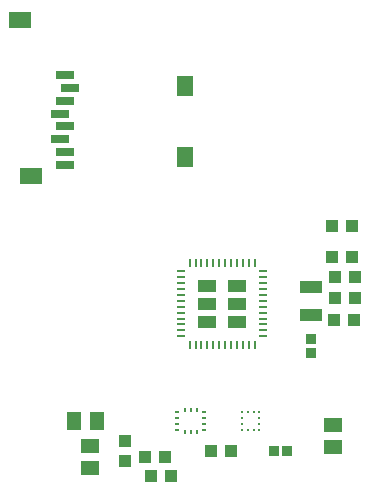
<source format=gbr>
G04 EAGLE Gerber RS-274X export*
G75*
%MOMM*%
%FSLAX34Y34*%
%LPD*%
%INSolderpaste Bottom*%
%IPPOS*%
%AMOC8*
5,1,8,0,0,1.08239X$1,22.5*%
G01*
%ADD10R,0.750000X0.250000*%
%ADD11R,0.250000X0.750000*%
%ADD12R,1.500000X1.000000*%
%ADD13R,1.100000X1.000000*%
%ADD14R,1.900000X1.100000*%
%ADD15R,1.300000X1.500000*%
%ADD16R,1.500000X1.300000*%
%ADD17R,0.275000X0.250000*%
%ADD18R,0.250000X0.275000*%
%ADD19R,0.900000X0.850000*%
%ADD20R,0.850000X0.900000*%
%ADD21R,0.450000X0.250000*%
%ADD22R,0.250000X0.450000*%
%ADD23R,1.000000X1.100000*%
%ADD24R,1.900000X1.400000*%
%ADD25R,1.400000X1.800000*%
%ADD26R,1.500000X0.700000*%


D10*
X213820Y177360D03*
X213820Y172360D03*
X213820Y167360D03*
X213820Y162360D03*
X213820Y157360D03*
X213820Y152360D03*
X213820Y147360D03*
X213820Y142360D03*
X213820Y137360D03*
X213820Y132360D03*
X213820Y127360D03*
D11*
X206570Y115110D03*
X201570Y115110D03*
X196570Y115110D03*
X191570Y115110D03*
X186570Y115110D03*
X181570Y115110D03*
X176570Y115110D03*
X171570Y115110D03*
X166570Y115110D03*
X161570Y115110D03*
X156570Y115110D03*
D10*
X144320Y122360D03*
X144320Y127360D03*
X144320Y132360D03*
X144320Y137360D03*
X144320Y142360D03*
X144320Y147360D03*
X144320Y152360D03*
X144320Y157360D03*
X144320Y162360D03*
X144320Y167360D03*
X144320Y172360D03*
D11*
X151570Y184610D03*
X156570Y184610D03*
X161570Y184610D03*
X166570Y184610D03*
X171570Y184610D03*
X176570Y184610D03*
X181570Y184610D03*
X186570Y184610D03*
X191570Y184610D03*
X196570Y184610D03*
X201570Y184610D03*
D12*
X166570Y164860D03*
X166570Y149860D03*
X166570Y134860D03*
X191570Y134860D03*
X191570Y149860D03*
X191570Y164860D03*
D10*
X213820Y122360D03*
D11*
X151570Y115110D03*
D10*
X144320Y177360D03*
D11*
X206570Y184610D03*
D13*
X272170Y215900D03*
X289170Y215900D03*
X274710Y172720D03*
X291710Y172720D03*
X274710Y154940D03*
X291710Y154940D03*
D14*
X254000Y164400D03*
X254000Y140400D03*
D15*
X73000Y50800D03*
X54000Y50800D03*
D13*
X272170Y189230D03*
X289170Y189230D03*
X273440Y135890D03*
X290440Y135890D03*
D16*
X273050Y28600D03*
X273050Y47600D03*
D17*
X195700Y43300D03*
X195700Y48300D03*
X195700Y53300D03*
X195700Y58300D03*
D18*
X200700Y58300D03*
X205700Y58300D03*
D17*
X210700Y58300D03*
X210700Y53300D03*
X210700Y48300D03*
X210700Y43300D03*
D18*
X205700Y43300D03*
X200700Y43300D03*
D19*
X254000Y108500D03*
X254000Y120100D03*
D20*
X222800Y25400D03*
X234400Y25400D03*
D21*
X140650Y43300D03*
X140650Y48300D03*
X140650Y53300D03*
X140650Y58300D03*
D22*
X147400Y60050D03*
X152400Y60050D03*
X157400Y60050D03*
D21*
X164150Y58300D03*
X164150Y53300D03*
X164150Y48300D03*
X164150Y43300D03*
D22*
X157400Y41550D03*
X152400Y41550D03*
X147400Y41550D03*
D13*
X186300Y25400D03*
X169300Y25400D03*
D16*
X67310Y10820D03*
X67310Y29820D03*
D23*
X96520Y33900D03*
X96520Y16900D03*
D13*
X118500Y3810D03*
X135500Y3810D03*
X130420Y20320D03*
X113420Y20320D03*
D24*
X17000Y258000D03*
X8000Y390000D03*
D25*
X148000Y274000D03*
X148000Y334000D03*
D26*
X46000Y267000D03*
X46000Y278000D03*
X42000Y289000D03*
X46000Y300000D03*
X42000Y311000D03*
X46000Y322000D03*
X50000Y333000D03*
X46000Y344000D03*
M02*

</source>
